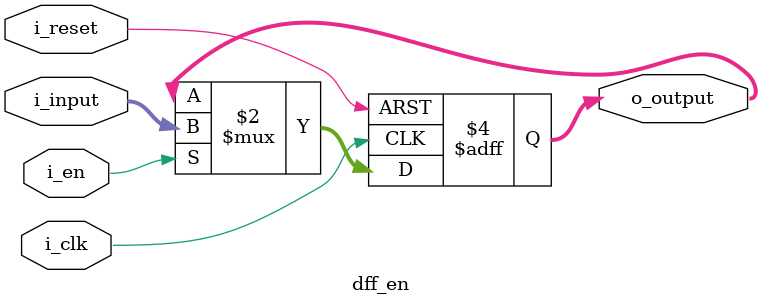
<source format=sv>
`timescale 1ns / 1ps
module dff_en(i_clk,
	   i_reset,
	   i_en,
	   i_input,
	   o_output);

parameter WIDTH = 64;

input i_clk;
input i_reset;
input i_en;
input [WIDTH-1:0] i_input;

output reg [WIDTH-1:0] o_output;

	always_ff @ (posedge i_clk or posedge i_reset) begin
   if (i_reset) begin
	o_output <= 'b0;
   end else begin
	if (i_en) 
	    o_output <= i_input;
   end
end

endmodule
   

</source>
